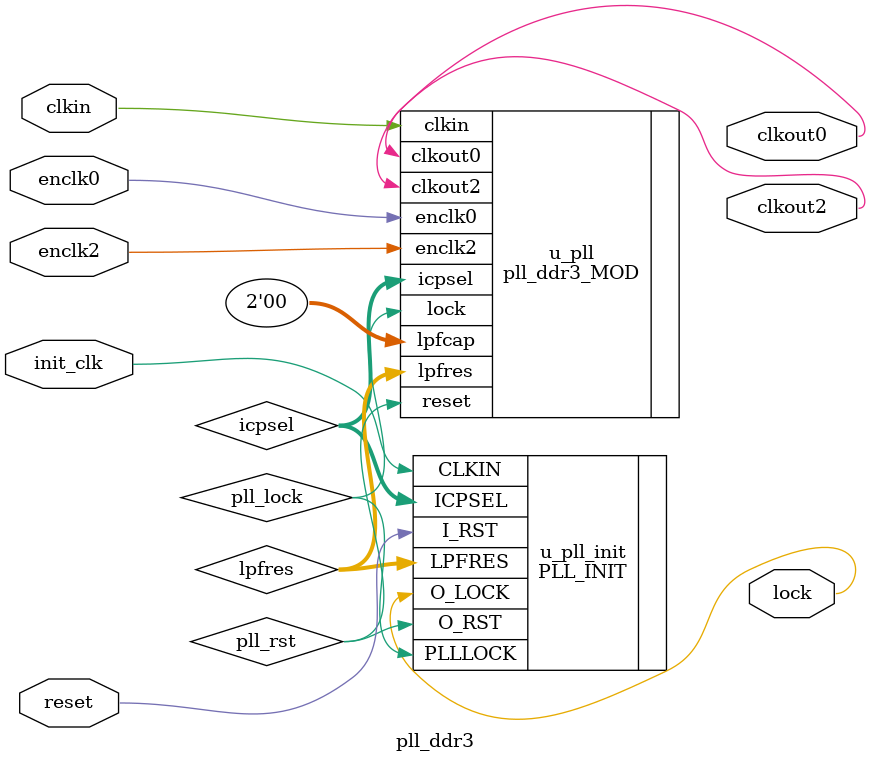
<source format=v>
module pll_ddr3(
    clkin,
    init_clk,
    enclk0,
    enclk2,
    clkout0,
    clkout2,
    lock,
    reset
);


input clkin;
input init_clk;
input enclk0;
input enclk2;
output clkout0;
output clkout2;
output lock;
input reset;
wire [5:0] icpsel;
wire [2:0] lpfres;
wire pll_lock;
wire pll_rst;


    pll_ddr3_MOD u_pll(
        .enclk0(enclk0),
        .enclk2(enclk2),
        .clkout2(clkout2),
        .clkout0(clkout0),
        .lock(pll_lock),
        .clkin(clkin),
        .reset(pll_rst),
        .icpsel(icpsel),
        .lpfres(lpfres),
        .lpfcap(2'b00)
    );


    PLL_INIT u_pll_init(
        .CLKIN(init_clk),
        .I_RST(reset),
        .O_RST(pll_rst),
        .PLLLOCK(pll_lock),
        .O_LOCK(lock),
        .ICPSEL(icpsel),
        .LPFRES(lpfres)
    );
    defparam u_pll_init.CLK_PERIOD = 20;
    defparam u_pll_init.MULTI_FAC = 33;


endmodule

</source>
